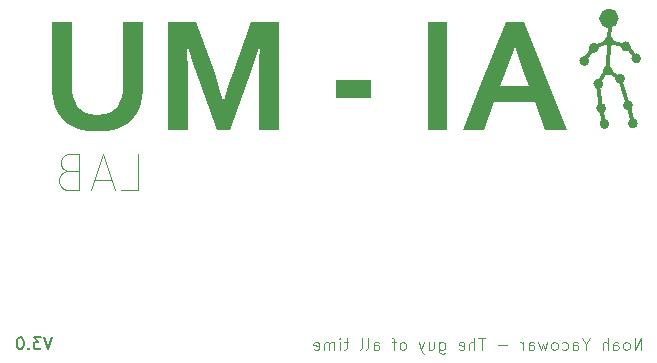
<source format=gbr>
%TF.GenerationSoftware,KiCad,Pcbnew,9.0.2*%
%TF.CreationDate,2025-06-21T17:34:22-04:00*%
%TF.ProjectId,CVISS_IMU_Tracker_Board,43564953-535f-4494-9d55-5f547261636b,rev?*%
%TF.SameCoordinates,Original*%
%TF.FileFunction,Legend,Bot*%
%TF.FilePolarity,Positive*%
%FSLAX46Y46*%
G04 Gerber Fmt 4.6, Leading zero omitted, Abs format (unit mm)*
G04 Created by KiCad (PCBNEW 9.0.2) date 2025-06-21 17:34:22*
%MOMM*%
%LPD*%
G01*
G04 APERTURE LIST*
%ADD10C,0.821038*%
%ADD11C,0.431182*%
%ADD12C,0.300000*%
%ADD13C,2.000000*%
%ADD14C,0.200000*%
%ADD15C,0.100000*%
G04 APERTURE END LIST*
D10*
X181250519Y-92186038D02*
G75*
G02*
X180429481Y-92186038I-410519J0D01*
G01*
X180429481Y-92186038D02*
G75*
G02*
X181250519Y-92186038I410519J0D01*
G01*
D11*
X179775591Y-94675000D02*
G75*
G02*
X179344409Y-94675000I-215591J0D01*
G01*
X179344409Y-94675000D02*
G75*
G02*
X179775591Y-94675000I215591J0D01*
G01*
X183075591Y-101085000D02*
G75*
G02*
X182644409Y-101085000I-215591J0D01*
G01*
X182644409Y-101085000D02*
G75*
G02*
X183075591Y-101085000I215591J0D01*
G01*
D12*
X182380000Y-94515000D02*
X183150000Y-95575000D01*
D11*
X180675591Y-101125000D02*
G75*
G02*
X180244409Y-101125000I-215591J0D01*
G01*
X180244409Y-101125000D02*
G75*
G02*
X180675591Y-101125000I215591J0D01*
G01*
D12*
X182470000Y-99450000D02*
X182860000Y-101085000D01*
X180860000Y-94135000D02*
X179520000Y-94725000D01*
D11*
X180954099Y-96605000D02*
G75*
G02*
X180522917Y-96605000I-215591J0D01*
G01*
X180522917Y-96605000D02*
G75*
G02*
X180954099Y-96605000I215591J0D01*
G01*
D12*
X181800000Y-97310000D02*
X182450000Y-99545000D01*
X180140000Y-99725000D02*
X180460000Y-101125000D01*
X180900000Y-92565000D02*
X180860000Y-94135000D01*
D11*
X178975591Y-95795000D02*
G75*
G02*
X178544409Y-95795000I-215591J0D01*
G01*
X178544409Y-95795000D02*
G75*
G02*
X178975591Y-95795000I215591J0D01*
G01*
X181075591Y-94135000D02*
G75*
G02*
X180644409Y-94135000I-215591J0D01*
G01*
X180644409Y-94135000D02*
G75*
G02*
X181075591Y-94135000I215591J0D01*
G01*
X180395591Y-99795000D02*
G75*
G02*
X179964409Y-99795000I-215591J0D01*
G01*
X179964409Y-99795000D02*
G75*
G02*
X180395591Y-99795000I215591J0D01*
G01*
X180165591Y-97725000D02*
G75*
G02*
X179734409Y-97725000I-215591J0D01*
G01*
X179734409Y-97725000D02*
G75*
G02*
X180165591Y-97725000I215591J0D01*
G01*
X183365591Y-95575000D02*
G75*
G02*
X182934409Y-95575000I-215591J0D01*
G01*
X182934409Y-95575000D02*
G75*
G02*
X183365591Y-95575000I215591J0D01*
G01*
D12*
X180860000Y-94135000D02*
X180738508Y-96485000D01*
X180640000Y-96510000D02*
X179950000Y-97725000D01*
X182280000Y-94560000D02*
X180940000Y-94175000D01*
D11*
X182665591Y-99545000D02*
G75*
G02*
X182234409Y-99545000I-215591J0D01*
G01*
X182234409Y-99545000D02*
G75*
G02*
X182665591Y-99545000I215591J0D01*
G01*
D12*
X179590000Y-94645000D02*
X178760000Y-95795000D01*
D11*
X181995591Y-97295000D02*
G75*
G02*
X181564409Y-97295000I-215591J0D01*
G01*
X181564409Y-97295000D02*
G75*
G02*
X181995591Y-97295000I215591J0D01*
G01*
X182475591Y-94565000D02*
G75*
G02*
X182044409Y-94565000I-215591J0D01*
G01*
X182044409Y-94565000D02*
G75*
G02*
X182475591Y-94565000I215591J0D01*
G01*
D12*
X179930000Y-97795000D02*
X180180000Y-99795000D01*
X180880000Y-96685000D02*
X181780000Y-97295000D01*
D13*
G36*
X177249951Y-101610000D02*
G01*
X175466978Y-101610000D01*
X174612128Y-99304347D01*
X171098084Y-99304347D01*
X170230411Y-101610000D01*
X168460872Y-101610000D01*
X169934118Y-97897508D01*
X171628091Y-97897508D01*
X174090059Y-97897508D01*
X173738349Y-97061587D01*
X172887773Y-94653963D01*
X172848695Y-94653963D01*
X171983464Y-97065251D01*
X171628091Y-97897508D01*
X169934118Y-97897508D01*
X172089710Y-92465547D01*
X173621113Y-92465547D01*
X177249951Y-101610000D01*
G37*
G36*
X167172491Y-101610000D02*
G01*
X167172491Y-92465547D01*
X165492100Y-92465547D01*
X165492100Y-101610000D01*
X167172491Y-101610000D01*
G37*
G36*
X160705551Y-97428562D02*
G01*
X157693426Y-97428562D01*
X157693426Y-98913558D01*
X160705551Y-98913558D01*
X160705551Y-97428562D01*
G37*
G36*
X148196043Y-99156580D02*
G01*
X147866836Y-98061281D01*
X147450491Y-96839937D01*
X145871461Y-92465547D01*
X143520013Y-92465547D01*
X143520013Y-101610000D01*
X145200404Y-101610000D01*
X145200404Y-96976713D01*
X145117972Y-94611831D01*
X145179644Y-94611831D01*
X145452585Y-95486831D01*
X145780481Y-96443653D01*
X147669699Y-101610000D01*
X148749253Y-101610000D01*
X150638471Y-96443653D01*
X150966367Y-95486831D01*
X151239309Y-94611831D01*
X151300369Y-94611831D01*
X151238224Y-95856151D01*
X151218548Y-96969385D01*
X151218548Y-101610000D01*
X152898939Y-101610000D01*
X152898939Y-92465547D01*
X150560924Y-92465547D01*
X148981894Y-96819176D01*
X148603202Y-97929149D01*
X148236953Y-99156580D01*
X148196043Y-99156580D01*
G37*
G36*
X137551939Y-101766315D02*
G01*
X138251028Y-101729592D01*
X138846427Y-101626486D01*
X139396726Y-101452266D01*
X139860034Y-101224096D01*
X140268020Y-100930280D01*
X140606807Y-100582348D01*
X140882428Y-100181544D01*
X141099567Y-99726277D01*
X141227226Y-99330561D01*
X141315722Y-98879975D01*
X141363389Y-98402430D01*
X141380446Y-97842554D01*
X141380446Y-92465547D01*
X139700055Y-92465547D01*
X139700055Y-97696008D01*
X139669419Y-98344314D01*
X139587645Y-98839844D01*
X139467414Y-99212145D01*
X139260568Y-99589900D01*
X139008131Y-99878198D01*
X138707819Y-100090198D01*
X138176946Y-100289138D01*
X137531179Y-100359476D01*
X136885412Y-100289138D01*
X136354539Y-100090198D01*
X136054227Y-99878198D01*
X135801790Y-99589900D01*
X135594944Y-99212145D01*
X135474713Y-98839844D01*
X135392939Y-98344314D01*
X135362302Y-97696008D01*
X135362302Y-92465547D01*
X133681912Y-92465547D01*
X133681912Y-97842554D01*
X133699129Y-98402418D01*
X133747247Y-98879975D01*
X133835277Y-99330549D01*
X133962791Y-99726277D01*
X134180844Y-100181257D01*
X134459825Y-100582348D01*
X134802838Y-100929754D01*
X135220031Y-101224096D01*
X135692629Y-101452380D01*
X136250736Y-101626486D01*
X136851594Y-101729681D01*
X137551939Y-101766315D01*
G37*
D14*
X133663183Y-119197219D02*
X133329850Y-120197219D01*
X133329850Y-120197219D02*
X132996517Y-119197219D01*
X132758421Y-119197219D02*
X132139374Y-119197219D01*
X132139374Y-119197219D02*
X132472707Y-119578171D01*
X132472707Y-119578171D02*
X132329850Y-119578171D01*
X132329850Y-119578171D02*
X132234612Y-119625790D01*
X132234612Y-119625790D02*
X132186993Y-119673409D01*
X132186993Y-119673409D02*
X132139374Y-119768647D01*
X132139374Y-119768647D02*
X132139374Y-120006742D01*
X132139374Y-120006742D02*
X132186993Y-120101980D01*
X132186993Y-120101980D02*
X132234612Y-120149600D01*
X132234612Y-120149600D02*
X132329850Y-120197219D01*
X132329850Y-120197219D02*
X132615564Y-120197219D01*
X132615564Y-120197219D02*
X132710802Y-120149600D01*
X132710802Y-120149600D02*
X132758421Y-120101980D01*
X131710802Y-120101980D02*
X131663183Y-120149600D01*
X131663183Y-120149600D02*
X131710802Y-120197219D01*
X131710802Y-120197219D02*
X131758421Y-120149600D01*
X131758421Y-120149600D02*
X131710802Y-120101980D01*
X131710802Y-120101980D02*
X131710802Y-120197219D01*
X131044136Y-119197219D02*
X130948898Y-119197219D01*
X130948898Y-119197219D02*
X130853660Y-119244838D01*
X130853660Y-119244838D02*
X130806041Y-119292457D01*
X130806041Y-119292457D02*
X130758422Y-119387695D01*
X130758422Y-119387695D02*
X130710803Y-119578171D01*
X130710803Y-119578171D02*
X130710803Y-119816266D01*
X130710803Y-119816266D02*
X130758422Y-120006742D01*
X130758422Y-120006742D02*
X130806041Y-120101980D01*
X130806041Y-120101980D02*
X130853660Y-120149600D01*
X130853660Y-120149600D02*
X130948898Y-120197219D01*
X130948898Y-120197219D02*
X131044136Y-120197219D01*
X131044136Y-120197219D02*
X131139374Y-120149600D01*
X131139374Y-120149600D02*
X131186993Y-120101980D01*
X131186993Y-120101980D02*
X131234612Y-120006742D01*
X131234612Y-120006742D02*
X131282231Y-119816266D01*
X131282231Y-119816266D02*
X131282231Y-119578171D01*
X131282231Y-119578171D02*
X131234612Y-119387695D01*
X131234612Y-119387695D02*
X131186993Y-119292457D01*
X131186993Y-119292457D02*
X131139374Y-119244838D01*
X131139374Y-119244838D02*
X131044136Y-119197219D01*
D15*
X183586115Y-120252419D02*
X183586115Y-119252419D01*
X183586115Y-119252419D02*
X183014687Y-120252419D01*
X183014687Y-120252419D02*
X183014687Y-119252419D01*
X182395639Y-120252419D02*
X182490877Y-120204800D01*
X182490877Y-120204800D02*
X182538496Y-120157180D01*
X182538496Y-120157180D02*
X182586115Y-120061942D01*
X182586115Y-120061942D02*
X182586115Y-119776228D01*
X182586115Y-119776228D02*
X182538496Y-119680990D01*
X182538496Y-119680990D02*
X182490877Y-119633371D01*
X182490877Y-119633371D02*
X182395639Y-119585752D01*
X182395639Y-119585752D02*
X182252782Y-119585752D01*
X182252782Y-119585752D02*
X182157544Y-119633371D01*
X182157544Y-119633371D02*
X182109925Y-119680990D01*
X182109925Y-119680990D02*
X182062306Y-119776228D01*
X182062306Y-119776228D02*
X182062306Y-120061942D01*
X182062306Y-120061942D02*
X182109925Y-120157180D01*
X182109925Y-120157180D02*
X182157544Y-120204800D01*
X182157544Y-120204800D02*
X182252782Y-120252419D01*
X182252782Y-120252419D02*
X182395639Y-120252419D01*
X181205163Y-120252419D02*
X181205163Y-119728609D01*
X181205163Y-119728609D02*
X181252782Y-119633371D01*
X181252782Y-119633371D02*
X181348020Y-119585752D01*
X181348020Y-119585752D02*
X181538496Y-119585752D01*
X181538496Y-119585752D02*
X181633734Y-119633371D01*
X181205163Y-120204800D02*
X181300401Y-120252419D01*
X181300401Y-120252419D02*
X181538496Y-120252419D01*
X181538496Y-120252419D02*
X181633734Y-120204800D01*
X181633734Y-120204800D02*
X181681353Y-120109561D01*
X181681353Y-120109561D02*
X181681353Y-120014323D01*
X181681353Y-120014323D02*
X181633734Y-119919085D01*
X181633734Y-119919085D02*
X181538496Y-119871466D01*
X181538496Y-119871466D02*
X181300401Y-119871466D01*
X181300401Y-119871466D02*
X181205163Y-119823847D01*
X180728972Y-120252419D02*
X180728972Y-119252419D01*
X180300401Y-120252419D02*
X180300401Y-119728609D01*
X180300401Y-119728609D02*
X180348020Y-119633371D01*
X180348020Y-119633371D02*
X180443258Y-119585752D01*
X180443258Y-119585752D02*
X180586115Y-119585752D01*
X180586115Y-119585752D02*
X180681353Y-119633371D01*
X180681353Y-119633371D02*
X180728972Y-119680990D01*
X178871829Y-119776228D02*
X178871829Y-120252419D01*
X179205162Y-119252419D02*
X178871829Y-119776228D01*
X178871829Y-119776228D02*
X178538496Y-119252419D01*
X177776591Y-120252419D02*
X177776591Y-119728609D01*
X177776591Y-119728609D02*
X177824210Y-119633371D01*
X177824210Y-119633371D02*
X177919448Y-119585752D01*
X177919448Y-119585752D02*
X178109924Y-119585752D01*
X178109924Y-119585752D02*
X178205162Y-119633371D01*
X177776591Y-120204800D02*
X177871829Y-120252419D01*
X177871829Y-120252419D02*
X178109924Y-120252419D01*
X178109924Y-120252419D02*
X178205162Y-120204800D01*
X178205162Y-120204800D02*
X178252781Y-120109561D01*
X178252781Y-120109561D02*
X178252781Y-120014323D01*
X178252781Y-120014323D02*
X178205162Y-119919085D01*
X178205162Y-119919085D02*
X178109924Y-119871466D01*
X178109924Y-119871466D02*
X177871829Y-119871466D01*
X177871829Y-119871466D02*
X177776591Y-119823847D01*
X176871829Y-120204800D02*
X176967067Y-120252419D01*
X176967067Y-120252419D02*
X177157543Y-120252419D01*
X177157543Y-120252419D02*
X177252781Y-120204800D01*
X177252781Y-120204800D02*
X177300400Y-120157180D01*
X177300400Y-120157180D02*
X177348019Y-120061942D01*
X177348019Y-120061942D02*
X177348019Y-119776228D01*
X177348019Y-119776228D02*
X177300400Y-119680990D01*
X177300400Y-119680990D02*
X177252781Y-119633371D01*
X177252781Y-119633371D02*
X177157543Y-119585752D01*
X177157543Y-119585752D02*
X176967067Y-119585752D01*
X176967067Y-119585752D02*
X176871829Y-119633371D01*
X176300400Y-120252419D02*
X176395638Y-120204800D01*
X176395638Y-120204800D02*
X176443257Y-120157180D01*
X176443257Y-120157180D02*
X176490876Y-120061942D01*
X176490876Y-120061942D02*
X176490876Y-119776228D01*
X176490876Y-119776228D02*
X176443257Y-119680990D01*
X176443257Y-119680990D02*
X176395638Y-119633371D01*
X176395638Y-119633371D02*
X176300400Y-119585752D01*
X176300400Y-119585752D02*
X176157543Y-119585752D01*
X176157543Y-119585752D02*
X176062305Y-119633371D01*
X176062305Y-119633371D02*
X176014686Y-119680990D01*
X176014686Y-119680990D02*
X175967067Y-119776228D01*
X175967067Y-119776228D02*
X175967067Y-120061942D01*
X175967067Y-120061942D02*
X176014686Y-120157180D01*
X176014686Y-120157180D02*
X176062305Y-120204800D01*
X176062305Y-120204800D02*
X176157543Y-120252419D01*
X176157543Y-120252419D02*
X176300400Y-120252419D01*
X175633733Y-119585752D02*
X175443257Y-120252419D01*
X175443257Y-120252419D02*
X175252781Y-119776228D01*
X175252781Y-119776228D02*
X175062305Y-120252419D01*
X175062305Y-120252419D02*
X174871829Y-119585752D01*
X174062305Y-120252419D02*
X174062305Y-119728609D01*
X174062305Y-119728609D02*
X174109924Y-119633371D01*
X174109924Y-119633371D02*
X174205162Y-119585752D01*
X174205162Y-119585752D02*
X174395638Y-119585752D01*
X174395638Y-119585752D02*
X174490876Y-119633371D01*
X174062305Y-120204800D02*
X174157543Y-120252419D01*
X174157543Y-120252419D02*
X174395638Y-120252419D01*
X174395638Y-120252419D02*
X174490876Y-120204800D01*
X174490876Y-120204800D02*
X174538495Y-120109561D01*
X174538495Y-120109561D02*
X174538495Y-120014323D01*
X174538495Y-120014323D02*
X174490876Y-119919085D01*
X174490876Y-119919085D02*
X174395638Y-119871466D01*
X174395638Y-119871466D02*
X174157543Y-119871466D01*
X174157543Y-119871466D02*
X174062305Y-119823847D01*
X173586114Y-120252419D02*
X173586114Y-119585752D01*
X173586114Y-119776228D02*
X173538495Y-119680990D01*
X173538495Y-119680990D02*
X173490876Y-119633371D01*
X173490876Y-119633371D02*
X173395638Y-119585752D01*
X173395638Y-119585752D02*
X173300400Y-119585752D01*
X172205161Y-119871466D02*
X171443257Y-119871466D01*
X170348018Y-119252419D02*
X169776590Y-119252419D01*
X170062304Y-120252419D02*
X170062304Y-119252419D01*
X169443256Y-120252419D02*
X169443256Y-119252419D01*
X169014685Y-120252419D02*
X169014685Y-119728609D01*
X169014685Y-119728609D02*
X169062304Y-119633371D01*
X169062304Y-119633371D02*
X169157542Y-119585752D01*
X169157542Y-119585752D02*
X169300399Y-119585752D01*
X169300399Y-119585752D02*
X169395637Y-119633371D01*
X169395637Y-119633371D02*
X169443256Y-119680990D01*
X168157542Y-120204800D02*
X168252780Y-120252419D01*
X168252780Y-120252419D02*
X168443256Y-120252419D01*
X168443256Y-120252419D02*
X168538494Y-120204800D01*
X168538494Y-120204800D02*
X168586113Y-120109561D01*
X168586113Y-120109561D02*
X168586113Y-119728609D01*
X168586113Y-119728609D02*
X168538494Y-119633371D01*
X168538494Y-119633371D02*
X168443256Y-119585752D01*
X168443256Y-119585752D02*
X168252780Y-119585752D01*
X168252780Y-119585752D02*
X168157542Y-119633371D01*
X168157542Y-119633371D02*
X168109923Y-119728609D01*
X168109923Y-119728609D02*
X168109923Y-119823847D01*
X168109923Y-119823847D02*
X168586113Y-119919085D01*
X166490875Y-119585752D02*
X166490875Y-120395276D01*
X166490875Y-120395276D02*
X166538494Y-120490514D01*
X166538494Y-120490514D02*
X166586113Y-120538133D01*
X166586113Y-120538133D02*
X166681351Y-120585752D01*
X166681351Y-120585752D02*
X166824208Y-120585752D01*
X166824208Y-120585752D02*
X166919446Y-120538133D01*
X166490875Y-120204800D02*
X166586113Y-120252419D01*
X166586113Y-120252419D02*
X166776589Y-120252419D01*
X166776589Y-120252419D02*
X166871827Y-120204800D01*
X166871827Y-120204800D02*
X166919446Y-120157180D01*
X166919446Y-120157180D02*
X166967065Y-120061942D01*
X166967065Y-120061942D02*
X166967065Y-119776228D01*
X166967065Y-119776228D02*
X166919446Y-119680990D01*
X166919446Y-119680990D02*
X166871827Y-119633371D01*
X166871827Y-119633371D02*
X166776589Y-119585752D01*
X166776589Y-119585752D02*
X166586113Y-119585752D01*
X166586113Y-119585752D02*
X166490875Y-119633371D01*
X165586113Y-119585752D02*
X165586113Y-120252419D01*
X166014684Y-119585752D02*
X166014684Y-120109561D01*
X166014684Y-120109561D02*
X165967065Y-120204800D01*
X165967065Y-120204800D02*
X165871827Y-120252419D01*
X165871827Y-120252419D02*
X165728970Y-120252419D01*
X165728970Y-120252419D02*
X165633732Y-120204800D01*
X165633732Y-120204800D02*
X165586113Y-120157180D01*
X165205160Y-119585752D02*
X164967065Y-120252419D01*
X164728970Y-119585752D02*
X164967065Y-120252419D01*
X164967065Y-120252419D02*
X165062303Y-120490514D01*
X165062303Y-120490514D02*
X165109922Y-120538133D01*
X165109922Y-120538133D02*
X165205160Y-120585752D01*
X163443255Y-120252419D02*
X163538493Y-120204800D01*
X163538493Y-120204800D02*
X163586112Y-120157180D01*
X163586112Y-120157180D02*
X163633731Y-120061942D01*
X163633731Y-120061942D02*
X163633731Y-119776228D01*
X163633731Y-119776228D02*
X163586112Y-119680990D01*
X163586112Y-119680990D02*
X163538493Y-119633371D01*
X163538493Y-119633371D02*
X163443255Y-119585752D01*
X163443255Y-119585752D02*
X163300398Y-119585752D01*
X163300398Y-119585752D02*
X163205160Y-119633371D01*
X163205160Y-119633371D02*
X163157541Y-119680990D01*
X163157541Y-119680990D02*
X163109922Y-119776228D01*
X163109922Y-119776228D02*
X163109922Y-120061942D01*
X163109922Y-120061942D02*
X163157541Y-120157180D01*
X163157541Y-120157180D02*
X163205160Y-120204800D01*
X163205160Y-120204800D02*
X163300398Y-120252419D01*
X163300398Y-120252419D02*
X163443255Y-120252419D01*
X162824207Y-119585752D02*
X162443255Y-119585752D01*
X162681350Y-120252419D02*
X162681350Y-119395276D01*
X162681350Y-119395276D02*
X162633731Y-119300038D01*
X162633731Y-119300038D02*
X162538493Y-119252419D01*
X162538493Y-119252419D02*
X162443255Y-119252419D01*
X160919445Y-120252419D02*
X160919445Y-119728609D01*
X160919445Y-119728609D02*
X160967064Y-119633371D01*
X160967064Y-119633371D02*
X161062302Y-119585752D01*
X161062302Y-119585752D02*
X161252778Y-119585752D01*
X161252778Y-119585752D02*
X161348016Y-119633371D01*
X160919445Y-120204800D02*
X161014683Y-120252419D01*
X161014683Y-120252419D02*
X161252778Y-120252419D01*
X161252778Y-120252419D02*
X161348016Y-120204800D01*
X161348016Y-120204800D02*
X161395635Y-120109561D01*
X161395635Y-120109561D02*
X161395635Y-120014323D01*
X161395635Y-120014323D02*
X161348016Y-119919085D01*
X161348016Y-119919085D02*
X161252778Y-119871466D01*
X161252778Y-119871466D02*
X161014683Y-119871466D01*
X161014683Y-119871466D02*
X160919445Y-119823847D01*
X160300397Y-120252419D02*
X160395635Y-120204800D01*
X160395635Y-120204800D02*
X160443254Y-120109561D01*
X160443254Y-120109561D02*
X160443254Y-119252419D01*
X159776587Y-120252419D02*
X159871825Y-120204800D01*
X159871825Y-120204800D02*
X159919444Y-120109561D01*
X159919444Y-120109561D02*
X159919444Y-119252419D01*
X158776586Y-119585752D02*
X158395634Y-119585752D01*
X158633729Y-119252419D02*
X158633729Y-120109561D01*
X158633729Y-120109561D02*
X158586110Y-120204800D01*
X158586110Y-120204800D02*
X158490872Y-120252419D01*
X158490872Y-120252419D02*
X158395634Y-120252419D01*
X158062300Y-120252419D02*
X158062300Y-119585752D01*
X158062300Y-119252419D02*
X158109919Y-119300038D01*
X158109919Y-119300038D02*
X158062300Y-119347657D01*
X158062300Y-119347657D02*
X158014681Y-119300038D01*
X158014681Y-119300038D02*
X158062300Y-119252419D01*
X158062300Y-119252419D02*
X158062300Y-119347657D01*
X157586110Y-120252419D02*
X157586110Y-119585752D01*
X157586110Y-119680990D02*
X157538491Y-119633371D01*
X157538491Y-119633371D02*
X157443253Y-119585752D01*
X157443253Y-119585752D02*
X157300396Y-119585752D01*
X157300396Y-119585752D02*
X157205158Y-119633371D01*
X157205158Y-119633371D02*
X157157539Y-119728609D01*
X157157539Y-119728609D02*
X157157539Y-120252419D01*
X157157539Y-119728609D02*
X157109920Y-119633371D01*
X157109920Y-119633371D02*
X157014682Y-119585752D01*
X157014682Y-119585752D02*
X156871825Y-119585752D01*
X156871825Y-119585752D02*
X156776586Y-119633371D01*
X156776586Y-119633371D02*
X156728967Y-119728609D01*
X156728967Y-119728609D02*
X156728967Y-120252419D01*
X155871825Y-120204800D02*
X155967063Y-120252419D01*
X155967063Y-120252419D02*
X156157539Y-120252419D01*
X156157539Y-120252419D02*
X156252777Y-120204800D01*
X156252777Y-120204800D02*
X156300396Y-120109561D01*
X156300396Y-120109561D02*
X156300396Y-119728609D01*
X156300396Y-119728609D02*
X156252777Y-119633371D01*
X156252777Y-119633371D02*
X156157539Y-119585752D01*
X156157539Y-119585752D02*
X155967063Y-119585752D01*
X155967063Y-119585752D02*
X155871825Y-119633371D01*
X155871825Y-119633371D02*
X155824206Y-119728609D01*
X155824206Y-119728609D02*
X155824206Y-119823847D01*
X155824206Y-119823847D02*
X156300396Y-119919085D01*
X139561353Y-106697657D02*
X140989925Y-106697657D01*
X140989925Y-106697657D02*
X140989925Y-103697657D01*
X138704211Y-105840514D02*
X137275640Y-105840514D01*
X138989925Y-106697657D02*
X137989925Y-103697657D01*
X137989925Y-103697657D02*
X136989925Y-106697657D01*
X134989925Y-105126228D02*
X134561353Y-105269085D01*
X134561353Y-105269085D02*
X134418496Y-105411942D01*
X134418496Y-105411942D02*
X134275639Y-105697657D01*
X134275639Y-105697657D02*
X134275639Y-106126228D01*
X134275639Y-106126228D02*
X134418496Y-106411942D01*
X134418496Y-106411942D02*
X134561353Y-106554800D01*
X134561353Y-106554800D02*
X134847068Y-106697657D01*
X134847068Y-106697657D02*
X135989925Y-106697657D01*
X135989925Y-106697657D02*
X135989925Y-103697657D01*
X135989925Y-103697657D02*
X134989925Y-103697657D01*
X134989925Y-103697657D02*
X134704211Y-103840514D01*
X134704211Y-103840514D02*
X134561353Y-103983371D01*
X134561353Y-103983371D02*
X134418496Y-104269085D01*
X134418496Y-104269085D02*
X134418496Y-104554800D01*
X134418496Y-104554800D02*
X134561353Y-104840514D01*
X134561353Y-104840514D02*
X134704211Y-104983371D01*
X134704211Y-104983371D02*
X134989925Y-105126228D01*
X134989925Y-105126228D02*
X135989925Y-105126228D01*
M02*

</source>
